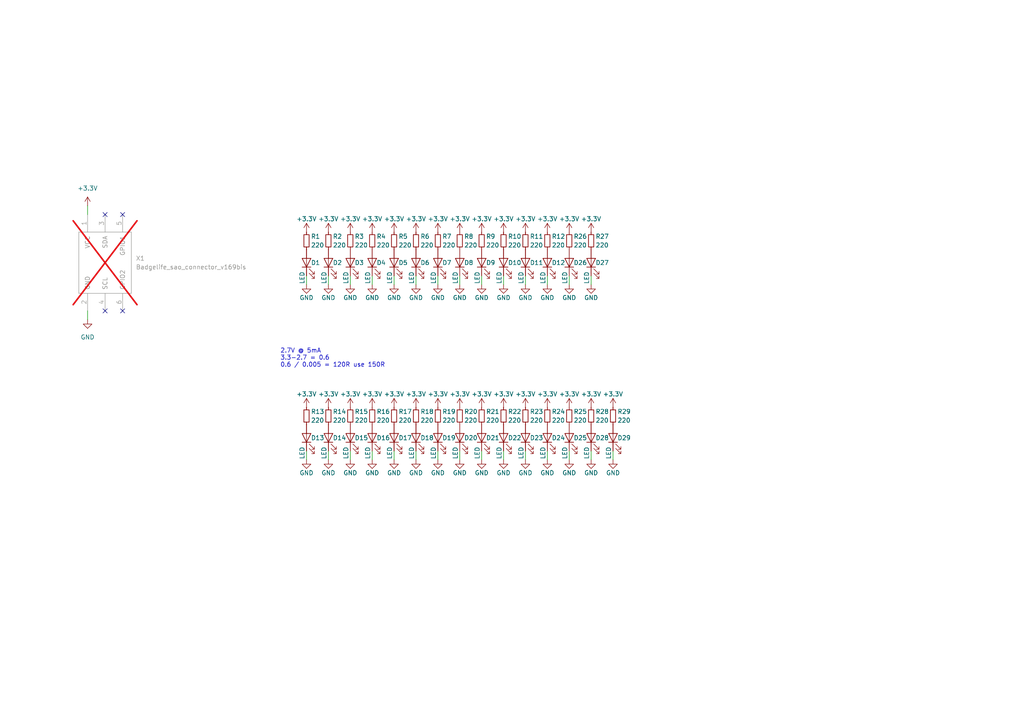
<source format=kicad_sch>
(kicad_sch (version 20230121) (generator eeschema)
  (paper "A4")
  (lib_symbols
    (symbol "jlcpcb-basic-resistor-0402:220"
      (property "Reference" "R" (at 0.762 0.508 0))
      (property "Value" "220" (at 0.762 -1.016 0))
      (symbol "220_0_0"
        (rectangle (start -0.762 1.778) (end 0.762 -1.778) (stroke (width 0.2032)))
        (pin passive line (at 0 2.54 270) (length 0.762) (name "~") (number "1"))
        (pin passive line (at 0 -2.54 90) (length 0.762) (name "~") (number "2"))
      )
    )
    (symbol "power:+3.3V" (power) (pin_names (offset 0))
      (property "Value" "+3.3V" (at 0 3.556 0))
      (symbol "+3.3V_0_1"
        (polyline (pts (xy -0.762 1.27) (xy 0 2.54)))
        (polyline (pts (xy 0 0) (xy 0 2.54)))
        (polyline (pts (xy 0 2.54) (xy 0.762 1.27)))
      )
      (symbol "+3.3V_1_1"
        (pin power_in line (at 0 0 90) (length 0) hide (name "+3.3V") (number "1"))
      )
    )
    (symbol "power:GND" (power) (pin_names (offset 0))
      (property "Value" "GND" (at 0 -3.81 0))
      (symbol "GND_0_1"
        (polyline (pts (xy 0 0) (xy 0 -1.27) (xy 1.27 -1.27) (xy 0 -2.54) (xy -1.27 -1.27) (xy 0 -1.27)))
      )
      (symbol "GND_1_1"
        (pin power_in line (at 0 0 270) (length 0) hide (name "GND") (number "1"))
      )
    )
    (symbol "tom-connectors:Badgelife_sao_connector_v169bis" (pin_names (offset 1.016))
      (property "Reference" "X" (at 0 0 0))
      (property "Value" "Badgelife_sao_connector_v169bis" (at 0 20.32 0))
      (symbol "Badgelife_sao_connector_v169bis_0_1"
        (rectangle (start -7.62 8.89) (end 7.62 -8.89))
      )
      (symbol "Badgelife_sao_connector_v169bis_1_1"
        (pin input line (at -5.08 13.97 270) (length 5.08) (name "VCC") (number "1"))
        (pin input line (at -5.08 -13.97 90) (length 5.08) (name "GND") (number "2"))
        (pin input line (at 0 13.97 270) (length 5.08) (name "SDA") (number "3"))
        (pin input line (at 0 -13.97 90) (length 5.08) (name "SCL") (number "4"))
        (pin input line (at 5.08 13.97 270) (length 5.08) (name "GPIO1") (number "5"))
        (pin input line (at 5.08 -13.97 90) (length 5.08) (name "GPIO2") (number "6"))
      )
    )
    (symbol "tom-opto:LED" (pin_numbers hide) (pin_names (offset 1.016) hide)
      (property "Reference" "D" (at 0 2.54 0))
      (property "Value" "LED" (at 0 -2.54 0))
      (symbol "LED_0_1"
        (polyline (pts (xy -1.27 -1.27) (xy -1.27 1.27)) (stroke (width 0.2032)))
        (polyline (pts (xy -1.27 0) (xy 1.27 0)))
        (polyline (pts (xy 1.27 -1.27) (xy 1.27 1.27) (xy -1.27 0) (xy 1.27 -1.27)) (stroke (width 0.2032)))
        (polyline (pts (xy -3.048 -0.762) (xy -4.572 -2.286) (xy -3.81 -2.286) (xy -4.572 -2.286) (xy -4.572 -1.524)))
        (polyline (pts (xy -1.778 -0.762) (xy -3.302 -2.286) (xy -2.54 -2.286) (xy -3.302 -2.286) (xy -3.302 -1.524)))
      )
      (symbol "LED_1_1"
        (pin passive line (at -3.81 0 0) (length 2.54) (name "K") (number "1"))
        (pin passive line (at 3.81 0 180) (length 2.54) (name "A") (number "2"))
      )
    )
  )
  (no_connect (at 30.48 62.23))
  (no_connect (at 35.56 90.17))
  (no_connect (at 35.56 62.23))
  (no_connect (at 30.48 90.17))
  (wire (pts (xy 133.35 80.01) (xy 133.35 82.55)))
  (wire (pts (xy 120.65 130.81) (xy 120.65 133.35)))
  (wire (pts (xy 152.4 80.01) (xy 152.4 82.55)))
  (wire (pts (xy 165.1 80.01) (xy 165.1 82.55)))
  (wire (pts (xy 139.7 80.01) (xy 139.7 82.55)))
  (wire (pts (xy 152.4 130.81) (xy 152.4 133.35)))
  (wire (pts (xy 95.25 130.81) (xy 95.25 133.35)))
  (wire (pts (xy 25.4 59.69) (xy 25.4 62.23)))
  (wire (pts (xy 114.3 80.01) (xy 114.3 82.55)))
  (wire (pts (xy 101.6 130.81) (xy 101.6 133.35)))
  (wire (pts (xy 177.8 130.81) (xy 177.8 133.35)))
  (wire (pts (xy 139.7 130.81) (xy 139.7 133.35)))
  (wire (pts (xy 127 80.01) (xy 127 82.55)))
  (wire (pts (xy 101.6 80.01) (xy 101.6 82.55)))
  (wire (pts (xy 114.3 130.81) (xy 114.3 133.35)))
  (wire (pts (xy 158.75 130.81) (xy 158.75 133.35)))
  (wire (pts (xy 146.05 80.01) (xy 146.05 82.55)))
  (wire (pts (xy 120.65 80.01) (xy 120.65 82.55)))
  (wire (pts (xy 88.9 130.81) (xy 88.9 133.35)))
  (wire (pts (xy 95.25 80.01) (xy 95.25 82.55)))
  (wire (pts (xy 107.95 130.81) (xy 107.95 133.35)))
  (wire (pts (xy 88.9 80.01) (xy 88.9 82.55)))
  (wire (pts (xy 146.05 130.81) (xy 146.05 133.35)))
  (wire (pts (xy 25.4 90.17) (xy 25.4 92.71)))
  (wire (pts (xy 171.45 130.81) (xy 171.45 133.35)))
  (wire (pts (xy 171.45 80.01) (xy 171.45 82.55)))
  (wire (pts (xy 165.1 130.81) (xy 165.1 133.35)))
  (wire (pts (xy 158.75 80.01) (xy 158.75 82.55)))
  (wire (pts (xy 107.95 80.01) (xy 107.95 82.55)))
  (wire (pts (xy 127 130.81) (xy 127 133.35)))
  (wire (pts (xy 133.35 130.81) (xy 133.35 133.35)))
  (text "2.7V @ 5mA \n3.3-2.7 = 0.6\n0.6 / 0.005 = 120R use 150R" (at 81.28 106.68 0) (effects (font (size 1.27 1.27)) (justify left bottom)))
  (symbol (lib_id "power:+3.3V") (at 139.7 67.31 0) (unit 1)
    (property "Reference" "#PWR019" (effects hide))
    (property "Value" "+3.3V" (at 139.7 63.5 0))
  )
  (symbol (lib_id "power:+3.3V") (at 133.35 67.31 0) (unit 1)
    (property "Reference" "#PWR017" (effects hide))
    (property "Value" "+3.3V" (at 133.35 63.5 0))
  )
  (symbol (lib_id "jlcpcb-basic-resistor-0402:220") (at 107.95 120.65 0) (unit 1)
    (property "Reference" "R16" (at 109.22 119.38 0) (effects (justify left)))
    (property "Value" "220" (at 109.22 121.92 0) (effects (justify left)))
    (property "Footprint" "R_0402_1005Metric" (effects hide))
    (property "Datasheet" "https://datasheet.lcsc.com/lcsc/2110252230_UNI-ROYAL-Uniroyal-Elec-0402WGF2200TCE_C25091.pdf" (effects hide))
    (property "LCSC" "C25091" (effects hide))
    (property "MFG" "UNI-ROYAL(Uniroyal Elec)" (effects hide))
    (property "MFGPN" "0402WGF2200TCE" (effects hide))
  )
  (symbol (lib_id "power:GND") (at 133.35 133.35 0) (unit 1)
    (property "Reference" "#PWR042" (effects hide))
    (property "Value" "GND" (at 133.35 137.16 0))
  )
  (symbol (lib_id "power:+3.3V") (at 107.95 67.31 0) (unit 1)
    (property "Reference" "#PWR09" (effects hide))
    (property "Value" "+3.3V" (at 107.95 63.5 0))
  )
  (symbol (lib_id "jlcpcb-basic-resistor-0402:220") (at 152.4 120.65 0) (unit 1)
    (property "Reference" "R23" (at 153.67 119.38 0) (effects (justify left)))
    (property "Value" "220" (at 153.67 121.92 0) (effects (justify left)))
    (property "Footprint" "R_0402_1005Metric" (effects hide))
    (property "Datasheet" "https://datasheet.lcsc.com/lcsc/2110252230_UNI-ROYAL-Uniroyal-Elec-0402WGF2200TCE_C25091.pdf" (effects hide))
    (property "LCSC" "C25091" (effects hide))
    (property "MFG" "UNI-ROYAL(Uniroyal Elec)" (effects hide))
    (property "MFGPN" "0402WGF2200TCE" (effects hide))
  )
  (symbol (lib_id "power:GND") (at 101.6 82.55 0) (unit 1)
    (property "Reference" "#PWR08" (effects hide))
    (property "Value" "GND" (at 101.6 86.36 0))
  )
  (symbol (lib_id "jlcpcb-basic-resistor-0402:220") (at 88.9 69.85 0) (unit 1)
    (property "Reference" "R1" (at 90.17 68.58 0) (effects (justify left)))
    (property "Value" "220" (at 90.17 71.12 0) (effects (justify left)))
    (property "Footprint" "R_0402_1005Metric" (effects hide))
    (property "Datasheet" "https://datasheet.lcsc.com/lcsc/2110252230_UNI-ROYAL-Uniroyal-Elec-0402WGF2200TCE_C25091.pdf" (effects hide))
    (property "LCSC" "C25091" (effects hide))
    (property "MFG" "UNI-ROYAL(Uniroyal Elec)" (effects hide))
    (property "MFGPN" "0402WGF2200TCE" (effects hide))
  )
  (symbol (lib_id "power:GND") (at 171.45 133.35 0) (unit 1)
    (property "Reference" "#PWR058" (effects hide))
    (property "Value" "GND" (at 171.45 137.16 0))
  )
  (symbol (lib_id "jlcpcb-basic-resistor-0402:220") (at 146.05 120.65 0) (unit 1)
    (property "Reference" "R22" (at 147.32 119.38 0) (effects (justify left)))
    (property "Value" "220" (at 147.32 121.92 0) (effects (justify left)))
    (property "Footprint" "R_0402_1005Metric" (effects hide))
    (property "Datasheet" "https://datasheet.lcsc.com/lcsc/2110252230_UNI-ROYAL-Uniroyal-Elec-0402WGF2200TCE_C25091.pdf" (effects hide))
    (property "LCSC" "C25091" (effects hide))
    (property "MFG" "UNI-ROYAL(Uniroyal Elec)" (effects hide))
    (property "MFGPN" "0402WGF2200TCE" (effects hide))
  )
  (symbol (lib_id "power:+3.3V") (at 127 118.11 0) (unit 1)
    (property "Reference" "#PWR039" (effects hide))
    (property "Value" "+3.3V" (at 127 114.3 0))
  )
  (symbol (lib_id "power:+3.3V") (at 95.25 118.11 0) (unit 1)
    (property "Reference" "#PWR029" (effects hide))
    (property "Value" "+3.3V" (at 95.25 114.3 0))
  )
  (symbol (lib_id "tom-opto:LED") (at 146.05 127 90) (unit 1)
    (property "Reference" "D22" (at 147.32 127 90) (effects (justify right)))
    (property "Value" "LED" (at 144.78 129.54 0) (effects (justify right)))
    (property "Footprint" "tom-opto:JLCPCB_SIDE_C409529" (effects hide))
    (property "LCSC" "C409529" (effects hide))
  )
  (symbol (lib_id "power:+3.3V") (at 127 67.31 0) (unit 1)
    (property "Reference" "#PWR015" (effects hide))
    (property "Value" "+3.3V" (at 127 63.5 0))
  )
  (symbol (lib_id "power:GND") (at 133.35 82.55 0) (unit 1)
    (property "Reference" "#PWR018" (effects hide))
    (property "Value" "GND" (at 133.35 86.36 0))
  )
  (symbol (lib_id "tom-opto:LED") (at 101.6 127 90) (unit 1)
    (property "Reference" "D15" (at 102.87 127 90) (effects (justify right)))
    (property "Value" "LED" (at 100.33 129.54 0) (effects (justify right)))
    (property "Footprint" "tom-opto:JLCPCB_SIDE_C409529" (effects hide))
    (property "LCSC" "C409529" (effects hide))
  )
  (symbol (lib_id "power:+3.3V") (at 101.6 67.31 0) (unit 1)
    (property "Reference" "#PWR07" (effects hide))
    (property "Value" "+3.3V" (at 101.6 63.5 0))
  )
  (symbol (lib_id "power:GND") (at 139.7 82.55 0) (unit 1)
    (property "Reference" "#PWR020" (effects hide))
    (property "Value" "GND" (at 139.7 86.36 0))
  )
  (symbol (lib_id "tom-opto:LED") (at 107.95 127 90) (unit 1)
    (property "Reference" "D16" (at 109.22 127 90) (effects (justify right)))
    (property "Value" "LED" (at 106.68 129.54 0) (effects (justify right)))
    (property "Footprint" "tom-opto:JLCPCB_SIDE_C409529" (effects hide))
    (property "LCSC" "C409529" (effects hide))
  )
  (symbol (lib_id "jlcpcb-basic-resistor-0402:220") (at 146.05 69.85 0) (unit 1)
    (property "Reference" "R10" (at 147.32 68.58 0) (effects (justify left)))
    (property "Value" "220" (at 147.32 71.12 0) (effects (justify left)))
    (property "Footprint" "R_0402_1005Metric" (effects hide))
    (property "Datasheet" "https://datasheet.lcsc.com/lcsc/2110252230_UNI-ROYAL-Uniroyal-Elec-0402WGF2200TCE_C25091.pdf" (effects hide))
    (property "LCSC" "C25091" (effects hide))
    (property "MFG" "UNI-ROYAL(Uniroyal Elec)" (effects hide))
    (property "MFGPN" "0402WGF2200TCE" (effects hide))
  )
  (symbol (lib_id "jlcpcb-basic-resistor-0402:220") (at 133.35 69.85 0) (unit 1)
    (property "Reference" "R8" (at 134.62 68.58 0) (effects (justify left)))
    (property "Value" "220" (at 134.62 71.12 0) (effects (justify left)))
    (property "Footprint" "R_0402_1005Metric" (effects hide))
    (property "Datasheet" "https://datasheet.lcsc.com/lcsc/2110252230_UNI-ROYAL-Uniroyal-Elec-0402WGF2200TCE_C25091.pdf" (effects hide))
    (property "LCSC" "C25091" (effects hide))
    (property "MFG" "UNI-ROYAL(Uniroyal Elec)" (effects hide))
    (property "MFGPN" "0402WGF2200TCE" (effects hide))
  )
  (symbol (lib_id "power:GND") (at 165.1 82.55 0) (unit 1)
    (property "Reference" "#PWR054" (effects hide))
    (property "Value" "GND" (at 165.1 86.36 0))
  )
  (symbol (lib_id "power:+3.3V") (at 95.25 67.31 0) (unit 1)
    (property "Reference" "#PWR05" (effects hide))
    (property "Value" "+3.3V" (at 95.25 63.5 0))
  )
  (symbol (lib_id "power:+3.3V") (at 139.7 118.11 0) (unit 1)
    (property "Reference" "#PWR043" (effects hide))
    (property "Value" "+3.3V" (at 139.7 114.3 0))
  )
  (symbol (lib_id "power:GND") (at 158.75 133.35 0) (unit 1)
    (property "Reference" "#PWR050" (effects hide))
    (property "Value" "GND" (at 158.75 137.16 0))
  )
  (symbol (lib_id "tom-opto:LED") (at 88.9 76.2 90) (unit 1)
    (property "Reference" "D1" (at 90.17 76.2 90) (effects (justify right)))
    (property "Value" "LED" (at 87.63 78.74 0) (effects (justify right)))
    (property "Footprint" "tom-opto:JLCPCB_SIDE_C409529" (effects hide))
    (property "LCSC" "C409529" (effects hide))
  )
  (symbol (lib_id "tom-opto:LED") (at 171.45 76.2 90) (unit 1)
    (property "Reference" "D27" (at 172.72 76.2 90) (effects (justify right)))
    (property "Value" "LED" (at 170.18 78.74 0) (effects (justify right)))
    (property "Footprint" "tom-opto:JLCPCB_SIDE_C409529" (effects hide))
    (property "LCSC" "C409529" (effects hide))
  )
  (symbol (lib_id "power:GND") (at 177.8 133.35 0) (unit 1)
    (property "Reference" "#PWR060" (effects hide))
    (property "Value" "GND" (at 177.8 137.16 0))
  )
  (symbol (lib_id "power:GND") (at 146.05 133.35 0) (unit 1)
    (property "Reference" "#PWR046" (effects hide))
    (property "Value" "GND" (at 146.05 137.16 0))
  )
  (symbol (lib_id "power:+3.3V") (at 165.1 67.31 0) (unit 1)
    (property "Reference" "#PWR053" (effects hide))
    (property "Value" "+3.3V" (at 165.1 63.5 0))
  )
  (symbol (lib_id "power:+3.3V") (at 152.4 118.11 0) (unit 1)
    (property "Reference" "#PWR047" (effects hide))
    (property "Value" "+3.3V" (at 152.4 114.3 0))
  )
  (symbol (lib_id "power:GND") (at 25.4 92.71 0) (unit 1)
    (property "Reference" "#PWR02" (effects hide))
    (property "Value" "GND" (at 25.4 97.79 0))
  )
  (symbol (lib_id "jlcpcb-basic-resistor-0402:220") (at 127 120.65 0) (unit 1)
    (property "Reference" "R19" (at 128.27 119.38 0) (effects (justify left)))
    (property "Value" "220" (at 128.27 121.92 0) (effects (justify left)))
    (property "Footprint" "R_0402_1005Metric" (effects hide))
    (property "Datasheet" "https://datasheet.lcsc.com/lcsc/2110252230_UNI-ROYAL-Uniroyal-Elec-0402WGF2200TCE_C25091.pdf" (effects hide))
    (property "LCSC" "C25091" (effects hide))
    (property "MFG" "UNI-ROYAL(Uniroyal Elec)" (effects hide))
    (property "MFGPN" "0402WGF2200TCE" (effects hide))
  )
  (symbol (lib_id "power:GND") (at 95.25 82.55 0) (unit 1)
    (property "Reference" "#PWR06" (effects hide))
    (property "Value" "GND" (at 95.25 86.36 0))
  )
  (symbol (lib_id "power:+3.3V") (at 120.65 118.11 0) (unit 1)
    (property "Reference" "#PWR037" (effects hide))
    (property "Value" "+3.3V" (at 120.65 114.3 0))
  )
  (symbol (lib_id "jlcpcb-basic-resistor-0402:220") (at 95.25 120.65 0) (unit 1)
    (property "Reference" "R14" (at 96.52 119.38 0) (effects (justify left)))
    (property "Value" "220" (at 96.52 121.92 0) (effects (justify left)))
    (property "Footprint" "R_0402_1005Metric" (effects hide))
    (property "Datasheet" "https://datasheet.lcsc.com/lcsc/2110252230_UNI-ROYAL-Uniroyal-Elec-0402WGF2200TCE_C25091.pdf" (effects hide))
    (property "LCSC" "C25091" (effects hide))
    (property "MFG" "UNI-ROYAL(Uniroyal Elec)" (effects hide))
    (property "MFGPN" "0402WGF2200TCE" (effects hide))
  )
  (symbol (lib_id "jlcpcb-basic-resistor-0402:220") (at 133.35 120.65 0) (unit 1)
    (property "Reference" "R20" (at 134.62 119.38 0) (effects (justify left)))
    (property "Value" "220" (at 134.62 121.92 0) (effects (justify left)))
    (property "Footprint" "R_0402_1005Metric" (effects hide))
    (property "Datasheet" "https://datasheet.lcsc.com/lcsc/2110252230_UNI-ROYAL-Uniroyal-Elec-0402WGF2200TCE_C25091.pdf" (effects hide))
    (property "LCSC" "C25091" (effects hide))
    (property "MFG" "UNI-ROYAL(Uniroyal Elec)" (effects hide))
    (property "MFGPN" "0402WGF2200TCE" (effects hide))
  )
  (symbol (lib_id "jlcpcb-basic-resistor-0402:220") (at 158.75 120.65 0) (unit 1)
    (property "Reference" "R24" (at 160.02 119.38 0) (effects (justify left)))
    (property "Value" "220" (at 160.02 121.92 0) (effects (justify left)))
    (property "Footprint" "R_0402_1005Metric" (effects hide))
    (property "Datasheet" "https://datasheet.lcsc.com/lcsc/2110252230_UNI-ROYAL-Uniroyal-Elec-0402WGF2200TCE_C25091.pdf" (effects hide))
    (property "LCSC" "C25091" (effects hide))
    (property "MFG" "UNI-ROYAL(Uniroyal Elec)" (effects hide))
    (property "MFGPN" "0402WGF2200TCE" (effects hide))
  )
  (symbol (lib_id "jlcpcb-basic-resistor-0402:220") (at 171.45 69.85 0) (unit 1)
    (property "Reference" "R27" (at 172.72 68.58 0) (effects (justify left)))
    (property "Value" "220" (at 172.72 71.12 0) (effects (justify left)))
    (property "Footprint" "R_0402_1005Metric" (effects hide))
    (property "Datasheet" "https://datasheet.lcsc.com/lcsc/2110252230_UNI-ROYAL-Uniroyal-Elec-0402WGF2200TCE_C25091.pdf" (effects hide))
    (property "LCSC" "C25091" (effects hide))
    (property "MFG" "UNI-ROYAL(Uniroyal Elec)" (effects hide))
    (property "MFGPN" "0402WGF2200TCE" (effects hide))
  )
  (symbol (lib_id "power:+3.3V") (at 88.9 67.31 0) (unit 1)
    (property "Reference" "#PWR04" (effects hide))
    (property "Value" "+3.3V" (at 88.9 63.5 0))
  )
  (symbol (lib_id "power:GND") (at 120.65 82.55 0) (unit 1)
    (property "Reference" "#PWR014" (effects hide))
    (property "Value" "GND" (at 120.65 86.36 0))
  )
  (symbol (lib_id "tom-opto:LED") (at 107.95 76.2 90) (unit 1)
    (property "Reference" "D4" (at 109.22 76.2 90) (effects (justify right)))
    (property "Value" "LED" (at 106.68 78.74 0) (effects (justify right)))
    (property "Footprint" "tom-opto:JLCPCB_SIDE_C409529" (effects hide))
    (property "LCSC" "C409529" (effects hide))
  )
  (symbol (lib_id "jlcpcb-basic-resistor-0402:220") (at 88.9 120.65 0) (unit 1)
    (property "Reference" "R13" (at 90.17 119.38 0) (effects (justify left)))
    (property "Value" "220" (at 90.17 121.92 0) (effects (justify left)))
    (property "Footprint" "R_0402_1005Metric" (effects hide))
    (property "Datasheet" "https://datasheet.lcsc.com/lcsc/2110252230_UNI-ROYAL-Uniroyal-Elec-0402WGF2200TCE_C25091.pdf" (effects hide))
    (property "LCSC" "C25091" (effects hide))
    (property "MFG" "UNI-ROYAL(Uniroyal Elec)" (effects hide))
    (property "MFGPN" "0402WGF2200TCE" (effects hide))
  )
  (symbol (lib_id "jlcpcb-basic-resistor-0402:220") (at 177.8 120.65 0) (unit 1)
    (property "Reference" "R29" (at 179.07 119.38 0) (effects (justify left)))
    (property "Value" "220" (at 179.07 121.92 0) (effects (justify left)))
    (property "Footprint" "R_0402_1005Metric" (effects hide))
    (property "Datasheet" "https://datasheet.lcsc.com/lcsc/2110252230_UNI-ROYAL-Uniroyal-Elec-0402WGF2200TCE_C25091.pdf" (effects hide))
    (property "LCSC" "C25091" (effects hide))
    (property "MFG" "UNI-ROYAL(Uniroyal Elec)" (effects hide))
    (property "MFGPN" "0402WGF2200TCE" (effects hide))
  )
  (symbol (lib_id "power:GND") (at 114.3 133.35 0) (unit 1)
    (property "Reference" "#PWR036" (effects hide))
    (property "Value" "GND" (at 114.3 137.16 0))
  )
  (symbol (lib_id "power:+3.3V") (at 165.1 118.11 0) (unit 1)
    (property "Reference" "#PWR051" (effects hide))
    (property "Value" "+3.3V" (at 165.1 114.3 0))
  )
  (symbol (lib_id "power:GND") (at 146.05 82.55 0) (unit 1)
    (property "Reference" "#PWR022" (effects hide))
    (property "Value" "GND" (at 146.05 86.36 0))
  )
  (symbol (lib_id "power:GND") (at 114.3 82.55 0) (unit 1)
    (property "Reference" "#PWR012" (effects hide))
    (property "Value" "GND" (at 114.3 86.36 0))
  )
  (symbol (lib_id "jlcpcb-basic-resistor-0402:220") (at 120.65 69.85 0) (unit 1)
    (property "Reference" "R6" (at 121.92 68.58 0) (effects (justify left)))
    (property "Value" "220" (at 121.92 71.12 0) (effects (justify left)))
    (property "Footprint" "R_0402_1005Metric" (effects hide))
    (property "Datasheet" "https://datasheet.lcsc.com/lcsc/2110252230_UNI-ROYAL-Uniroyal-Elec-0402WGF2200TCE_C25091.pdf" (effects hide))
    (property "LCSC" "C25091" (effects hide))
    (property "MFG" "UNI-ROYAL(Uniroyal Elec)" (effects hide))
    (property "MFGPN" "0402WGF2200TCE" (effects hide))
  )
  (symbol (lib_id "jlcpcb-basic-resistor-0402:220") (at 139.7 120.65 0) (unit 1)
    (property "Reference" "R21" (at 140.97 119.38 0) (effects (justify left)))
    (property "Value" "220" (at 140.97 121.92 0) (effects (justify left)))
    (property "Footprint" "R_0402_1005Metric" (effects hide))
    (property "Datasheet" "https://datasheet.lcsc.com/lcsc/2110252230_UNI-ROYAL-Uniroyal-Elec-0402WGF2200TCE_C25091.pdf" (effects hide))
    (property "LCSC" "C25091" (effects hide))
    (property "MFG" "UNI-ROYAL(Uniroyal Elec)" (effects hide))
    (property "MFGPN" "0402WGF2200TCE" (effects hide))
  )
  (symbol (lib_id "power:+3.3V") (at 171.45 67.31 0) (unit 1)
    (property "Reference" "#PWR055" (effects hide))
    (property "Value" "+3.3V" (at 171.45 63.5 0))
  )
  (symbol (lib_id "jlcpcb-basic-resistor-0402:220") (at 114.3 69.85 0) (unit 1)
    (property "Reference" "R5" (at 115.57 68.58 0) (effects (justify left)))
    (property "Value" "220" (at 115.57 71.12 0) (effects (justify left)))
    (property "Footprint" "R_0402_1005Metric" (effects hide))
    (property "Datasheet" "https://datasheet.lcsc.com/lcsc/2110252230_UNI-ROYAL-Uniroyal-Elec-0402WGF2200TCE_C25091.pdf" (effects hide))
    (property "LCSC" "C25091" (effects hide))
    (property "MFG" "UNI-ROYAL(Uniroyal Elec)" (effects hide))
    (property "MFGPN" "0402WGF2200TCE" (effects hide))
  )
  (symbol (lib_id "tom-opto:LED") (at 146.05 76.2 90) (unit 1)
    (property "Reference" "D10" (at 147.32 76.2 90) (effects (justify right)))
    (property "Value" "LED" (at 144.78 78.74 0) (effects (justify right)))
    (property "Footprint" "tom-opto:JLCPCB_SIDE_C409529" (effects hide))
    (property "LCSC" "C409529" (effects hide))
  )
  (symbol (lib_id "tom-opto:LED") (at 88.9 127 90) (unit 1)
    (property "Reference" "D13" (at 90.17 127 90) (effects (justify right)))
    (property "Value" "LED" (at 87.63 129.54 0) (effects (justify right)))
    (property "Footprint" "tom-opto:JLCPCB_SIDE_C409529" (effects hide))
    (property "LCSC" "C409529" (effects hide))
  )
  (symbol (lib_id "jlcpcb-basic-resistor-0402:220") (at 152.4 69.85 0) (unit 1)
    (property "Reference" "R11" (at 153.67 68.58 0) (effects (justify left)))
    (property "Value" "220" (at 153.67 71.12 0) (effects (justify left)))
    (property "Footprint" "R_0402_1005Metric" (effects hide))
    (property "Datasheet" "https://datasheet.lcsc.com/lcsc/2110252230_UNI-ROYAL-Uniroyal-Elec-0402WGF2200TCE_C25091.pdf" (effects hide))
    (property "LCSC" "C25091" (effects hide))
    (property "MFG" "UNI-ROYAL(Uniroyal Elec)" (effects hide))
    (property "MFGPN" "0402WGF2200TCE" (effects hide))
  )
  (symbol (lib_id "tom-opto:LED") (at 165.1 76.2 90) (unit 1)
    (property "Reference" "D26" (at 166.37 76.2 90) (effects (justify right)))
    (property "Value" "LED" (at 163.83 78.74 0) (effects (justify right)))
    (property "Footprint" "tom-opto:JLCPCB_SIDE_C409529" (effects hide))
    (property "LCSC" "C409529" (effects hide))
  )
  (symbol (lib_id "jlcpcb-basic-resistor-0402:220") (at 171.45 120.65 0) (unit 1)
    (property "Reference" "R28" (at 172.72 119.38 0) (effects (justify left)))
    (property "Value" "220" (at 172.72 121.92 0) (effects (justify left)))
    (property "Footprint" "R_0402_1005Metric" (effects hide))
    (property "Datasheet" "https://datasheet.lcsc.com/lcsc/2110252230_UNI-ROYAL-Uniroyal-Elec-0402WGF2200TCE_C25091.pdf" (effects hide))
    (property "LCSC" "C25091" (effects hide))
    (property "MFG" "UNI-ROYAL(Uniroyal Elec)" (effects hide))
    (property "MFGPN" "0402WGF2200TCE" (effects hide))
  )
  (symbol (lib_id "jlcpcb-basic-resistor-0402:220") (at 139.7 69.85 0) (unit 1)
    (property "Reference" "R9" (at 140.97 68.58 0) (effects (justify left)))
    (property "Value" "220" (at 140.97 71.12 0) (effects (justify left)))
    (property "Footprint" "R_0402_1005Metric" (effects hide))
    (property "Datasheet" "https://datasheet.lcsc.com/lcsc/2110252230_UNI-ROYAL-Uniroyal-Elec-0402WGF2200TCE_C25091.pdf" (effects hide))
    (property "LCSC" "C25091" (effects hide))
    (property "MFG" "UNI-ROYAL(Uniroyal Elec)" (effects hide))
    (property "MFGPN" "0402WGF2200TCE" (effects hide))
  )
  (symbol (lib_id "power:GND") (at 127 82.55 0) (unit 1)
    (property "Reference" "#PWR016" (effects hide))
    (property "Value" "GND" (at 127 86.36 0))
  )
  (symbol (lib_id "power:+3.3V") (at 114.3 118.11 0) (unit 1)
    (property "Reference" "#PWR035" (effects hide))
    (property "Value" "+3.3V" (at 114.3 114.3 0))
  )
  (symbol (lib_id "power:GND") (at 171.45 82.55 0) (unit 1)
    (property "Reference" "#PWR056" (effects hide))
    (property "Value" "GND" (at 171.45 86.36 0))
  )
  (symbol (lib_id "power:+3.3V") (at 114.3 67.31 0) (unit 1)
    (property "Reference" "#PWR011" (effects hide))
    (property "Value" "+3.3V" (at 114.3 63.5 0))
  )
  (symbol (lib_id "power:GND") (at 101.6 133.35 0) (unit 1)
    (property "Reference" "#PWR032" (effects hide))
    (property "Value" "GND" (at 101.6 137.16 0))
  )
  (symbol (lib_id "tom-opto:LED") (at 133.35 76.2 90) (unit 1)
    (property "Reference" "D8" (at 134.62 76.2 90) (effects (justify right)))
    (property "Value" "LED" (at 132.08 78.74 0) (effects (justify right)))
    (property "Footprint" "tom-opto:JLCPCB_SIDE_C409529" (effects hide))
    (property "LCSC" "C409529" (effects hide))
  )
  (symbol (lib_id "power:+3.3V") (at 107.95 118.11 0) (unit 1)
    (property "Reference" "#PWR033" (effects hide))
    (property "Value" "+3.3V" (at 107.95 114.3 0))
  )
  (symbol (lib_id "tom-opto:LED") (at 101.6 76.2 90) (unit 1)
    (property "Reference" "D3" (at 102.87 76.2 90) (effects (justify right)))
    (property "Value" "LED" (at 100.33 78.74 0) (effects (justify right)))
    (property "Footprint" "tom-opto:JLCPCB_SIDE_C409529" (effects hide))
    (property "LCSC" "C409529" (effects hide))
  )
  (symbol (lib_id "jlcpcb-basic-resistor-0402:220") (at 114.3 120.65 0) (unit 1)
    (property "Reference" "R17" (at 115.57 119.38 0) (effects (justify left)))
    (property "Value" "220" (at 115.57 121.92 0) (effects (justify left)))
    (property "Footprint" "R_0402_1005Metric" (effects hide))
    (property "Datasheet" "https://datasheet.lcsc.com/lcsc/2110252230_UNI-ROYAL-Uniroyal-Elec-0402WGF2200TCE_C25091.pdf" (effects hide))
    (property "LCSC" "C25091" (effects hide))
    (property "MFG" "UNI-ROYAL(Uniroyal Elec)" (effects hide))
    (property "MFGPN" "0402WGF2200TCE" (effects hide))
  )
  (symbol (lib_id "power:GND") (at 95.25 133.35 0) (unit 1)
    (property "Reference" "#PWR030" (effects hide))
    (property "Value" "GND" (at 95.25 137.16 0))
  )
  (symbol (lib_id "power:GND") (at 127 133.35 0) (unit 1)
    (property "Reference" "#PWR040" (effects hide))
    (property "Value" "GND" (at 127 137.16 0))
  )
  (symbol (lib_id "jlcpcb-basic-resistor-0402:220") (at 120.65 120.65 0) (unit 1)
    (property "Reference" "R18" (at 121.92 119.38 0) (effects (justify left)))
    (property "Value" "220" (at 121.92 121.92 0) (effects (justify left)))
    (property "Footprint" "R_0402_1005Metric" (effects hide))
    (property "Datasheet" "https://datasheet.lcsc.com/lcsc/2110252230_UNI-ROYAL-Uniroyal-Elec-0402WGF2200TCE_C25091.pdf" (effects hide))
    (property "LCSC" "C25091" (effects hide))
    (property "MFG" "UNI-ROYAL(Uniroyal Elec)" (effects hide))
    (property "MFGPN" "0402WGF2200TCE" (effects hide))
  )
  (symbol (lib_id "power:+3.3V") (at 133.35 118.11 0) (unit 1)
    (property "Reference" "#PWR041" (effects hide))
    (property "Value" "+3.3V" (at 133.35 114.3 0))
  )
  (symbol (lib_id "power:+3.3V") (at 88.9 118.11 0) (unit 1)
    (property "Reference" "#PWR027" (effects hide))
    (property "Value" "+3.3V" (at 88.9 114.3 0))
  )
  (symbol (lib_id "power:GND") (at 88.9 133.35 0) (unit 1)
    (property "Reference" "#PWR028" (effects hide))
    (property "Value" "GND" (at 88.9 137.16 0))
  )
  (symbol (lib_id "power:GND") (at 165.1 133.35 0) (unit 1)
    (property "Reference" "#PWR052" (effects hide))
    (property "Value" "GND" (at 165.1 137.16 0))
  )
  (symbol (lib_id "tom-opto:LED") (at 152.4 76.2 90) (unit 1)
    (property "Reference" "D11" (at 153.67 76.2 90) (effects (justify right)))
    (property "Value" "LED" (at 151.13 78.74 0) (effects (justify right)))
    (property "Footprint" "tom-opto:JLCPCB_SIDE_C409529" (effects hide))
    (property "LCSC" "C409529" (effects hide))
  )
  (symbol (lib_id "tom-opto:LED") (at 120.65 127 90) (unit 1)
    (property "Reference" "D18" (at 121.92 127 90) (effects (justify right)))
    (property "Value" "LED" (at 119.38 129.54 0) (effects (justify right)))
    (property "Footprint" "tom-opto:JLCPCB_SIDE_C409529" (effects hide))
    (property "LCSC" "C409529" (effects hide))
  )
  (symbol (lib_id "power:GND") (at 120.65 133.35 0) (unit 1)
    (property "Reference" "#PWR038" (effects hide))
    (property "Value" "GND" (at 120.65 137.16 0))
  )
  (symbol (lib_id "power:+3.3V") (at 146.05 118.11 0) (unit 1)
    (property "Reference" "#PWR045" (effects hide))
    (property "Value" "+3.3V" (at 146.05 114.3 0))
  )
  (symbol (lib_id "jlcpcb-basic-resistor-0402:220") (at 107.95 69.85 0) (unit 1)
    (property "Reference" "R4" (at 109.22 68.58 0) (effects (justify left)))
    (property "Value" "220" (at 109.22 71.12 0) (effects (justify left)))
    (property "Footprint" "R_0402_1005Metric" (effects hide))
    (property "Datasheet" "https://datasheet.lcsc.com/lcsc/2110252230_UNI-ROYAL-Uniroyal-Elec-0402WGF2200TCE_C25091.pdf" (effects hide))
    (property "LCSC" "C25091" (effects hide))
    (property "MFG" "UNI-ROYAL(Uniroyal Elec)" (effects hide))
    (property "MFGPN" "0402WGF2200TCE" (effects hide))
  )
  (symbol (lib_id "power:+3.3V") (at 146.05 67.31 0) (unit 1)
    (property "Reference" "#PWR021" (effects hide))
    (property "Value" "+3.3V" (at 146.05 63.5 0))
  )
  (symbol (lib_id "power:GND") (at 158.75 82.55 0) (unit 1)
    (property "Reference" "#PWR026" (effects hide))
    (property "Value" "GND" (at 158.75 86.36 0))
  )
  (symbol (lib_id "power:GND") (at 107.95 133.35 0) (unit 1)
    (property "Reference" "#PWR034" (effects hide))
    (property "Value" "GND" (at 107.95 137.16 0))
  )
  (symbol (lib_id "tom-opto:LED") (at 120.65 76.2 90) (unit 1)
    (property "Reference" "D6" (at 121.92 76.2 90) (effects (justify right)))
    (property "Value" "LED" (at 119.38 78.74 0) (effects (justify right)))
    (property "Footprint" "tom-opto:JLCPCB_SIDE_C409529" (effects hide))
    (property "LCSC" "C409529" (effects hide))
  )
  (symbol (lib_id "tom-opto:LED") (at 177.8 127 90) (unit 1)
    (property "Reference" "D29" (at 179.07 127 90) (effects (justify right)))
    (property "Value" "LED" (at 176.53 129.54 0) (effects (justify right)))
    (property "Footprint" "tom-opto:JLCPCB_SIDE_C409529" (effects hide))
    (property "LCSC" "C409529" (effects hide))
  )
  (symbol (lib_id "jlcpcb-basic-resistor-0402:220") (at 101.6 120.65 0) (unit 1)
    (property "Reference" "R15" (at 102.87 119.38 0) (effects (justify left)))
    (property "Value" "220" (at 102.87 121.92 0) (effects (justify left)))
    (property "Footprint" "R_0402_1005Metric" (effects hide))
    (property "Datasheet" "https://datasheet.lcsc.com/lcsc/2110252230_UNI-ROYAL-Uniroyal-Elec-0402WGF2200TCE_C25091.pdf" (effects hide))
    (property "LCSC" "C25091" (effects hide))
    (property "MFG" "UNI-ROYAL(Uniroyal Elec)" (effects hide))
    (property "MFGPN" "0402WGF2200TCE" (effects hide))
  )
  (symbol (lib_id "jlcpcb-basic-resistor-0402:220") (at 101.6 69.85 0) (unit 1)
    (property "Reference" "R3" (at 102.87 68.58 0) (effects (justify left)))
    (property "Value" "220" (at 102.87 71.12 0) (effects (justify left)))
    (property "Footprint" "R_0402_1005Metric" (effects hide))
    (property "Datasheet" "https://datasheet.lcsc.com/lcsc/2110252230_UNI-ROYAL-Uniroyal-Elec-0402WGF2200TCE_C25091.pdf" (effects hide))
    (property "LCSC" "C25091" (effects hide))
    (property "MFG" "UNI-ROYAL(Uniroyal Elec)" (effects hide))
    (property "MFGPN" "0402WGF2200TCE" (effects hide))
  )
  (symbol (lib_id "tom-opto:LED") (at 158.75 76.2 90) (unit 1)
    (property "Reference" "D12" (at 160.02 76.2 90) (effects (justify right)))
    (property "Value" "LED" (at 157.48 78.74 0) (effects (justify right)))
    (property "Footprint" "tom-opto:JLCPCB_SIDE_C409529" (effects hide))
    (property "LCSC" "C409529" (effects hide))
  )
  (symbol (lib_id "power:GND") (at 88.9 82.55 0) (unit 1)
    (property "Reference" "#PWR03" (effects hide))
    (property "Value" "GND" (at 88.9 86.36 0))
  )
  (symbol (lib_id "power:+3.3V") (at 158.75 118.11 0) (unit 1)
    (property "Reference" "#PWR049" (effects hide))
    (property "Value" "+3.3V" (at 158.75 114.3 0))
  )
  (symbol (lib_id "power:GND") (at 107.95 82.55 0) (unit 1)
    (property "Reference" "#PWR010" (effects hide))
    (property "Value" "GND" (at 107.95 86.36 0))
  )
  (symbol (lib_id "power:+3.3V") (at 120.65 67.31 0) (unit 1)
    (property "Reference" "#PWR013" (effects hide))
    (property "Value" "+3.3V" (at 120.65 63.5 0))
  )
  (symbol (lib_id "tom-opto:LED") (at 133.35 127 90) (unit 1)
    (property "Reference" "D20" (at 134.62 127 90) (effects (justify right)))
    (property "Value" "LED" (at 132.08 129.54 0) (effects (justify right)))
    (property "Footprint" "tom-opto:JLCPCB_SIDE_C409529" (effects hide))
    (property "LCSC" "C409529" (effects hide))
  )
  (symbol (lib_id "tom-opto:LED") (at 95.25 127 90) (unit 1)
    (property "Reference" "D14" (at 96.52 127 90) (effects (justify right)))
    (property "Value" "LED" (at 93.98 129.54 0) (effects (justify right)))
    (property "Footprint" "tom-opto:JLCPCB_SIDE_C409529" (effects hide))
    (property "LCSC" "C409529" (effects hide))
  )
  (symbol (lib_id "tom-opto:LED") (at 127 76.2 90) (unit 1)
    (property "Reference" "D7" (at 128.27 76.2 90) (effects (justify right)))
    (property "Value" "LED" (at 125.73 78.74 0) (effects (justify right)))
    (property "Footprint" "tom-opto:JLCPCB_SIDE_C409529" (effects hide))
    (property "LCSC" "C409529" (effects hide))
  )
  (symbol (lib_id "tom-opto:LED") (at 152.4 127 90) (unit 1)
    (property "Reference" "D23" (at 153.67 127 90) (effects (justify right)))
    (property "Value" "LED" (at 151.13 129.54 0) (effects (justify right)))
    (property "Footprint" "tom-opto:JLCPCB_SIDE_C409529" (effects hide))
    (property "LCSC" "C409529" (effects hide))
  )
  (symbol (lib_id "jlcpcb-basic-resistor-0402:220") (at 165.1 69.85 0) (unit 1)
    (property "Reference" "R26" (at 166.37 68.58 0) (effects (justify left)))
    (property "Value" "220" (at 166.37 71.12 0) (effects (justify left)))
    (property "Footprint" "R_0402_1005Metric" (effects hide))
    (property "Datasheet" "https://datasheet.lcsc.com/lcsc/2110252230_UNI-ROYAL-Uniroyal-Elec-0402WGF2200TCE_C25091.pdf" (effects hide))
    (property "LCSC" "C25091" (effects hide))
    (property "MFG" "UNI-ROYAL(Uniroyal Elec)" (effects hide))
    (property "MFGPN" "0402WGF2200TCE" (effects hide))
  )
  (symbol (lib_id "power:+3.3V") (at 171.45 118.11 0) (unit 1)
    (property "Reference" "#PWR057" (effects hide))
    (property "Value" "+3.3V" (at 171.45 114.3 0))
  )
  (symbol (lib_id "tom-opto:LED") (at 127 127 90) (unit 1)
    (property "Reference" "D19" (at 128.27 127 90) (effects (justify right)))
    (property "Value" "LED" (at 125.73 129.54 0) (effects (justify right)))
    (property "Footprint" "tom-opto:JLCPCB_SIDE_C409529" (effects hide))
    (property "LCSC" "C409529" (effects hide))
  )
  (symbol (lib_id "tom-opto:LED") (at 158.75 127 90) (unit 1)
    (property "Reference" "D24" (at 160.02 127 90) (effects (justify right)))
    (property "Value" "LED" (at 157.48 129.54 0) (effects (justify right)))
    (property "Footprint" "tom-opto:JLCPCB_SIDE_C409529" (effects hide))
    (property "LCSC" "C409529" (effects hide))
  )
  (symbol (lib_id "power:GND") (at 152.4 133.35 0) (unit 1)
    (property "Reference" "#PWR048" (effects hide))
    (property "Value" "GND" (at 152.4 137.16 0))
  )
  (symbol (lib_id "power:+3.3V") (at 25.4 59.69 0) (unit 1)
    (property "Reference" "#PWR01" (effects hide))
    (property "Value" "+3.3V" (at 25.4 54.61 0))
  )
  (symbol (lib_id "jlcpcb-basic-resistor-0402:220") (at 95.25 69.85 0) (unit 1)
    (property "Reference" "R2" (at 96.52 68.58 0) (effects (justify left)))
    (property "Value" "220" (at 96.52 71.12 0) (effects (justify left)))
    (property "Footprint" "R_0402_1005Metric" (effects hide))
    (property "Datasheet" "https://datasheet.lcsc.com/lcsc/2110252230_UNI-ROYAL-Uniroyal-Elec-0402WGF2200TCE_C25091.pdf" (effects hide))
    (property "LCSC" "C25091" (effects hide))
    (property "MFG" "UNI-ROYAL(Uniroyal Elec)" (effects hide))
    (property "MFGPN" "0402WGF2200TCE" (effects hide))
  )
  (symbol (lib_id "tom-opto:LED") (at 139.7 127 90) (unit 1)
    (property "Reference" "D21" (at 140.97 127 90) (effects (justify right)))
    (property "Value" "LED" (at 138.43 129.54 0) (effects (justify right)))
    (property "Footprint" "tom-opto:JLCPCB_SIDE_C409529" (effects hide))
    (property "LCSC" "C409529" (effects hide))
  )
  (symbol (lib_id "tom-opto:LED") (at 114.3 76.2 90) (unit 1)
    (property "Reference" "D5" (at 115.57 76.2 90) (effects (justify right)))
    (property "Value" "LED" (at 113.03 78.74 0) (effects (justify right)))
    (property "Footprint" "tom-opto:JLCPCB_SIDE_C409529" (effects hide))
    (property "LCSC" "C409529" (effects hide))
  )
  (symbol (lib_id "tom-opto:LED") (at 114.3 127 90) (unit 1)
    (property "Reference" "D17" (at 115.57 127 90) (effects (justify right)))
    (property "Value" "LED" (at 113.03 129.54 0) (effects (justify right)))
    (property "Footprint" "tom-opto:JLCPCB_SIDE_C409529" (effects hide))
    (property "LCSC" "C409529" (effects hide))
  )
  (symbol (lib_id "tom-opto:LED") (at 171.45 127 90) (unit 1)
    (property "Reference" "D28" (at 172.72 127 90) (effects (justify right)))
    (property "Value" "LED" (at 170.18 129.54 0) (effects (justify right)))
    (property "Footprint" "tom-opto:JLCPCB_SIDE_C409529" (effects hide))
    (property "LCSC" "C409529" (effects hide))
  )
  (symbol (lib_id "power:+3.3V") (at 177.8 118.11 0) (unit 1)
    (property "Reference" "#PWR059" (effects hide))
    (property "Value" "+3.3V" (at 177.8 114.3 0))
  )
  (symbol (lib_id "tom-opto:LED") (at 139.7 76.2 90) (unit 1)
    (property "Reference" "D9" (at 140.97 76.2 90) (effects (justify right)))
    (property "Value" "LED" (at 138.43 78.74 0) (effects (justify right)))
    (property "Footprint" "tom-opto:JLCPCB_SIDE_C409529" (effects hide))
    (property "LCSC" "C409529" (effects hide))
  )
  (symbol (lib_id "tom-connectors:Badgelife_sao_connector_v169bis") (at 30.48 76.2 0) (unit 1) (in_bom no) (dnp yes)
    (property "Reference" "X1" (at 39.37 74.93 0) (effects (justify left)))
    (property "Value" "Badgelife_sao_connector_v169bis" (at 39.37 77.47 0) (effects (justify left)))
    (property "Footprint" "tom-connectors:Badgelife-SAOv169-SAO-2x3-SMD-BIGPADS" (effects hide))
  )
  (symbol (lib_id "tom-opto:LED") (at 95.25 76.2 90) (unit 1)
    (property "Reference" "D2" (at 96.52 76.2 90) (effects (justify right)))
    (property "Value" "LED" (at 93.98 78.74 0) (effects (justify right)))
    (property "Footprint" "tom-opto:JLCPCB_SIDE_C409529" (effects hide))
    (property "LCSC" "C409529" (effects hide))
  )
  (symbol (lib_id "jlcpcb-basic-resistor-0402:220") (at 158.75 69.85 0) (unit 1)
    (property "Reference" "R12" (at 160.02 68.58 0) (effects (justify left)))
    (property "Value" "220" (at 160.02 71.12 0) (effects (justify left)))
    (property "Footprint" "R_0402_1005Metric" (effects hide))
    (property "Datasheet" "https://datasheet.lcsc.com/lcsc/2110252230_UNI-ROYAL-Uniroyal-Elec-0402WGF2200TCE_C25091.pdf" (effects hide))
    (property "LCSC" "C25091" (effects hide))
    (property "MFG" "UNI-ROYAL(Uniroyal Elec)" (effects hide))
    (property "MFGPN" "0402WGF2200TCE" (effects hide))
  )
  (symbol (lib_id "power:+3.3V") (at 152.4 67.31 0) (unit 1)
    (property "Reference" "#PWR023" (effects hide))
    (property "Value" "+3.3V" (at 152.4 63.5 0))
  )
  (symbol (lib_id "jlcpcb-basic-resistor-0402:220") (at 127 69.85 0) (unit 1)
    (property "Reference" "R7" (at 128.27 68.58 0) (effects (justify left)))
    (property "Value" "220" (at 128.27 71.12 0) (effects (justify left)))
    (property "Footprint" "R_0402_1005Metric" (effects hide))
    (property "Datasheet" "https://datasheet.lcsc.com/lcsc/2110252230_UNI-ROYAL-Uniroyal-Elec-0402WGF2200TCE_C25091.pdf" (effects hide))
    (property "LCSC" "C25091" (effects hide))
    (property "MFG" "UNI-ROYAL(Uniroyal Elec)" (effects hide))
    (property "MFGPN" "0402WGF2200TCE" (effects hide))
  )
  (symbol (lib_id "jlcpcb-basic-resistor-0402:220") (at 165.1 120.65 0) (unit 1)
    (property "Reference" "R25" (at 166.37 119.38 0) (effects (justify left)))
    (property "Value" "220" (at 166.37 121.92 0) (effects (justify left)))
    (property "Footprint" "R_0402_1005Metric" (effects hide))
    (property "Datasheet" "https://datasheet.lcsc.com/lcsc/2110252230_UNI-ROYAL-Uniroyal-Elec-0402WGF2200TCE_C25091.pdf" (effects hide))
    (property "LCSC" "C25091" (effects hide))
    (property "MFG" "UNI-ROYAL(Uniroyal Elec)" (effects hide))
    (property "MFGPN" "0402WGF2200TCE" (effects hide))
  )
  (symbol (lib_id "power:GND") (at 152.4 82.55 0) (unit 1)
    (property "Reference" "#PWR024" (effects hide))
    (property "Value" "GND" (at 152.4 86.36 0))
  )
  (symbol (lib_id "tom-opto:LED") (at 165.1 127 90) (unit 1)
    (property "Reference" "D25" (at 166.37 127 90) (effects (justify right)))
    (property "Value" "LED" (at 163.83 129.54 0) (effects (justify right)))
    (property "Footprint" "tom-opto:JLCPCB_SIDE_C409529" (effects hide))
    (property "LCSC" "C409529" (effects hide))
  )
  (symbol (lib_id "power:GND") (at 139.7 133.35 0) (unit 1)
    (property "Reference" "#PWR044" (effects hide))
    (property "Value" "GND" (at 139.7 137.16 0))
  )
  (symbol (lib_id "power:+3.3V") (at 158.75 67.31 0) (unit 1)
    (property "Reference" "#PWR025" (effects hide))
    (property "Value" "+3.3V" (at 158.75 63.5 0))
  )
  (symbol (lib_id "power:+3.3V") (at 101.6 118.11 0) (unit 1)
    (property "Reference" "#PWR031" (effects hide))
    (property "Value" "+3.3V" (at 101.6 114.3 0))
  )
)
</source>
